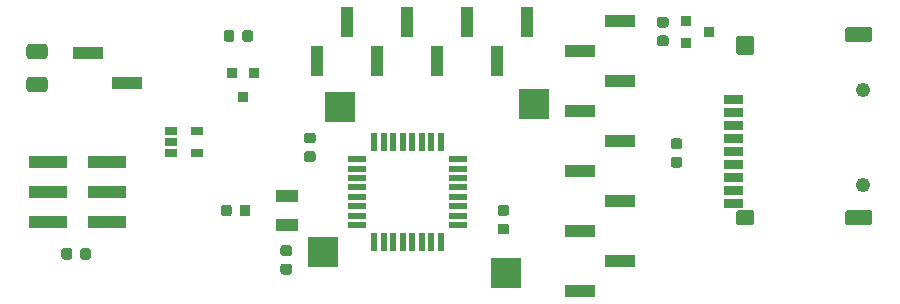
<source format=gts>
%TF.GenerationSoftware,KiCad,Pcbnew,5.1.6-c6e7f7d~86~ubuntu18.04.1*%
%TF.CreationDate,2020-07-27T22:50:38-07:00*%
%TF.ProjectId,atmega168_tb2,61746d65-6761-4313-9638-5f7462322e6b,rev?*%
%TF.SameCoordinates,Original*%
%TF.FileFunction,Soldermask,Top*%
%TF.FilePolarity,Negative*%
%FSLAX46Y46*%
G04 Gerber Fmt 4.6, Leading zero omitted, Abs format (unit mm)*
G04 Created by KiCad (PCBNEW 5.1.6-c6e7f7d~86~ubuntu18.04.1) date 2020-07-27 22:50:38*
%MOMM*%
%LPD*%
G01*
G04 APERTURE LIST*
%ADD10R,2.540000X2.540000*%
%ADD11R,0.840000X0.940000*%
%ADD12R,3.190000X1.040000*%
%ADD13R,1.100000X0.690000*%
%ADD14R,1.640000X0.590000*%
%ADD15R,0.590000X1.640000*%
%ADD16R,1.840000X1.040000*%
%ADD17R,1.040000X2.550000*%
%ADD18R,2.550000X1.040000*%
%ADD19R,0.940000X0.840000*%
%ADD20C,1.240000*%
G04 APERTURE END LIST*
D10*
%TO.C,J7*%
X76110000Y-33150000D03*
%TD*%
D11*
%TO.C,Q1*%
X68840000Y-30270000D03*
X66940000Y-30270000D03*
X67890000Y-32270000D03*
%TD*%
%TO.C,C1*%
G36*
G01*
X49823000Y-27785000D02*
X51097000Y-27785000D01*
G75*
G02*
X51355000Y-28043000I0J-258000D01*
G01*
X51355000Y-28817000D01*
G75*
G02*
X51097000Y-29075000I-258000J0D01*
G01*
X49823000Y-29075000D01*
G75*
G02*
X49565000Y-28817000I0J258000D01*
G01*
X49565000Y-28043000D01*
G75*
G02*
X49823000Y-27785000I258000J0D01*
G01*
G37*
G36*
G01*
X49823000Y-30585000D02*
X51097000Y-30585000D01*
G75*
G02*
X51355000Y-30843000I0J-258000D01*
G01*
X51355000Y-31617000D01*
G75*
G02*
X51097000Y-31875000I-258000J0D01*
G01*
X49823000Y-31875000D01*
G75*
G02*
X49565000Y-31617000I0J258000D01*
G01*
X49565000Y-30843000D01*
G75*
G02*
X49823000Y-30585000I258000J0D01*
G01*
G37*
%TD*%
%TO.C,C2*%
G36*
G01*
X71293750Y-46400000D02*
X71826250Y-46400000D01*
G75*
G02*
X72055000Y-46628750I0J-228750D01*
G01*
X72055000Y-47086250D01*
G75*
G02*
X71826250Y-47315000I-228750J0D01*
G01*
X71293750Y-47315000D01*
G75*
G02*
X71065000Y-47086250I0J228750D01*
G01*
X71065000Y-46628750D01*
G75*
G02*
X71293750Y-46400000I228750J0D01*
G01*
G37*
G36*
G01*
X71293750Y-44825000D02*
X71826250Y-44825000D01*
G75*
G02*
X72055000Y-45053750I0J-228750D01*
G01*
X72055000Y-45511250D01*
G75*
G02*
X71826250Y-45740000I-228750J0D01*
G01*
X71293750Y-45740000D01*
G75*
G02*
X71065000Y-45511250I0J228750D01*
G01*
X71065000Y-45053750D01*
G75*
G02*
X71293750Y-44825000I228750J0D01*
G01*
G37*
%TD*%
%TO.C,C3*%
G36*
G01*
X73293750Y-36872500D02*
X73826250Y-36872500D01*
G75*
G02*
X74055000Y-37101250I0J-228750D01*
G01*
X74055000Y-37558750D01*
G75*
G02*
X73826250Y-37787500I-228750J0D01*
G01*
X73293750Y-37787500D01*
G75*
G02*
X73065000Y-37558750I0J228750D01*
G01*
X73065000Y-37101250D01*
G75*
G02*
X73293750Y-36872500I228750J0D01*
G01*
G37*
G36*
G01*
X73293750Y-35297500D02*
X73826250Y-35297500D01*
G75*
G02*
X74055000Y-35526250I0J-228750D01*
G01*
X74055000Y-35983750D01*
G75*
G02*
X73826250Y-36212500I-228750J0D01*
G01*
X73293750Y-36212500D01*
G75*
G02*
X73065000Y-35983750I0J228750D01*
G01*
X73065000Y-35526250D01*
G75*
G02*
X73293750Y-35297500I228750J0D01*
G01*
G37*
%TD*%
%TO.C,C4*%
G36*
G01*
X52527500Y-45826250D02*
X52527500Y-45293750D01*
G75*
G02*
X52756250Y-45065000I228750J0D01*
G01*
X53213750Y-45065000D01*
G75*
G02*
X53442500Y-45293750I0J-228750D01*
G01*
X53442500Y-45826250D01*
G75*
G02*
X53213750Y-46055000I-228750J0D01*
G01*
X52756250Y-46055000D01*
G75*
G02*
X52527500Y-45826250I0J228750D01*
G01*
G37*
G36*
G01*
X54102500Y-45826250D02*
X54102500Y-45293750D01*
G75*
G02*
X54331250Y-45065000I228750J0D01*
G01*
X54788750Y-45065000D01*
G75*
G02*
X55017500Y-45293750I0J-228750D01*
G01*
X55017500Y-45826250D01*
G75*
G02*
X54788750Y-46055000I-228750J0D01*
G01*
X54331250Y-46055000D01*
G75*
G02*
X54102500Y-45826250I0J228750D01*
G01*
G37*
%TD*%
%TO.C,C5*%
G36*
G01*
X68532500Y-41623750D02*
X68532500Y-42156250D01*
G75*
G02*
X68303750Y-42385000I-228750J0D01*
G01*
X67846250Y-42385000D01*
G75*
G02*
X67617500Y-42156250I0J228750D01*
G01*
X67617500Y-41623750D01*
G75*
G02*
X67846250Y-41395000I228750J0D01*
G01*
X68303750Y-41395000D01*
G75*
G02*
X68532500Y-41623750I0J-228750D01*
G01*
G37*
G36*
G01*
X66957500Y-41623750D02*
X66957500Y-42156250D01*
G75*
G02*
X66728750Y-42385000I-228750J0D01*
G01*
X66271250Y-42385000D01*
G75*
G02*
X66042500Y-42156250I0J228750D01*
G01*
X66042500Y-41623750D01*
G75*
G02*
X66271250Y-41395000I228750J0D01*
G01*
X66728750Y-41395000D01*
G75*
G02*
X66957500Y-41623750I0J-228750D01*
G01*
G37*
%TD*%
%TO.C,C6*%
G36*
G01*
X90216250Y-43915000D02*
X89683750Y-43915000D01*
G75*
G02*
X89455000Y-43686250I0J228750D01*
G01*
X89455000Y-43228750D01*
G75*
G02*
X89683750Y-43000000I228750J0D01*
G01*
X90216250Y-43000000D01*
G75*
G02*
X90445000Y-43228750I0J-228750D01*
G01*
X90445000Y-43686250D01*
G75*
G02*
X90216250Y-43915000I-228750J0D01*
G01*
G37*
G36*
G01*
X90216250Y-42340000D02*
X89683750Y-42340000D01*
G75*
G02*
X89455000Y-42111250I0J228750D01*
G01*
X89455000Y-41653750D01*
G75*
G02*
X89683750Y-41425000I228750J0D01*
G01*
X90216250Y-41425000D01*
G75*
G02*
X90445000Y-41653750I0J-228750D01*
G01*
X90445000Y-42111250D01*
G75*
G02*
X90216250Y-42340000I-228750J0D01*
G01*
G37*
%TD*%
%TO.C,C7*%
G36*
G01*
X104343750Y-37347500D02*
X104876250Y-37347500D01*
G75*
G02*
X105105000Y-37576250I0J-228750D01*
G01*
X105105000Y-38033750D01*
G75*
G02*
X104876250Y-38262500I-228750J0D01*
G01*
X104343750Y-38262500D01*
G75*
G02*
X104115000Y-38033750I0J228750D01*
G01*
X104115000Y-37576250D01*
G75*
G02*
X104343750Y-37347500I228750J0D01*
G01*
G37*
G36*
G01*
X104343750Y-35772500D02*
X104876250Y-35772500D01*
G75*
G02*
X105105000Y-36001250I0J-228750D01*
G01*
X105105000Y-36458750D01*
G75*
G02*
X104876250Y-36687500I-228750J0D01*
G01*
X104343750Y-36687500D01*
G75*
G02*
X104115000Y-36458750I0J228750D01*
G01*
X104115000Y-36001250D01*
G75*
G02*
X104343750Y-35772500I228750J0D01*
G01*
G37*
%TD*%
D12*
%TO.C,J1*%
X51375000Y-37790000D03*
X56425000Y-37790000D03*
X51375000Y-40330000D03*
X56425000Y-40330000D03*
X51375000Y-42870000D03*
X56425000Y-42870000D03*
%TD*%
D13*
%TO.C,U1*%
X61810000Y-35160000D03*
X61810000Y-36110000D03*
X61810000Y-37060000D03*
X64010000Y-37060000D03*
X64010000Y-35160000D03*
%TD*%
D14*
%TO.C,U2*%
X77580000Y-37540000D03*
X77580000Y-38340000D03*
X77580000Y-39140000D03*
X77580000Y-39940000D03*
X77580000Y-40740000D03*
X77580000Y-41540000D03*
X77580000Y-42340000D03*
X77580000Y-43140000D03*
D15*
X79030000Y-44590000D03*
X79830000Y-44590000D03*
X80630000Y-44590000D03*
X81430000Y-44590000D03*
X82230000Y-44590000D03*
X83030000Y-44590000D03*
X83830000Y-44590000D03*
X84630000Y-44590000D03*
D14*
X86080000Y-43140000D03*
X86080000Y-42340000D03*
X86080000Y-41540000D03*
X86080000Y-40740000D03*
X86080000Y-39940000D03*
X86080000Y-39140000D03*
X86080000Y-38340000D03*
X86080000Y-37540000D03*
D15*
X84630000Y-36090000D03*
X83830000Y-36090000D03*
X83030000Y-36090000D03*
X82230000Y-36090000D03*
X81430000Y-36090000D03*
X80630000Y-36090000D03*
X79830000Y-36090000D03*
X79030000Y-36090000D03*
%TD*%
D16*
%TO.C,Y1*%
X71620000Y-40630000D03*
X71620000Y-43130000D03*
%TD*%
D17*
%TO.C,J2*%
X91950000Y-25935000D03*
X86870000Y-25935000D03*
X81790000Y-25935000D03*
X76710000Y-25935000D03*
X89410000Y-29245000D03*
X84330000Y-29245000D03*
X79250000Y-29245000D03*
X74170000Y-29245000D03*
%TD*%
D18*
%TO.C,J3*%
X96475000Y-28350000D03*
X96475000Y-33430000D03*
X96475000Y-38510000D03*
X96475000Y-43590000D03*
X96475000Y-48670000D03*
X99785000Y-25810000D03*
X99785000Y-30890000D03*
X99785000Y-35970000D03*
X99785000Y-41050000D03*
X99785000Y-46130000D03*
%TD*%
D19*
%TO.C,Q2*%
X107390000Y-26790000D03*
X105390000Y-27740000D03*
X105390000Y-25840000D03*
%TD*%
%TO.C,R1*%
G36*
G01*
X103716250Y-26410000D02*
X103183750Y-26410000D01*
G75*
G02*
X102955000Y-26181250I0J228750D01*
G01*
X102955000Y-25723750D01*
G75*
G02*
X103183750Y-25495000I228750J0D01*
G01*
X103716250Y-25495000D01*
G75*
G02*
X103945000Y-25723750I0J-228750D01*
G01*
X103945000Y-26181250D01*
G75*
G02*
X103716250Y-26410000I-228750J0D01*
G01*
G37*
G36*
G01*
X103716250Y-27985000D02*
X103183750Y-27985000D01*
G75*
G02*
X102955000Y-27756250I0J228750D01*
G01*
X102955000Y-27298750D01*
G75*
G02*
X103183750Y-27070000I228750J0D01*
G01*
X103716250Y-27070000D01*
G75*
G02*
X103945000Y-27298750I0J-228750D01*
G01*
X103945000Y-27756250D01*
G75*
G02*
X103716250Y-27985000I-228750J0D01*
G01*
G37*
%TD*%
%TO.C,R2*%
G36*
G01*
X66267500Y-27376250D02*
X66267500Y-26843750D01*
G75*
G02*
X66496250Y-26615000I228750J0D01*
G01*
X66953750Y-26615000D01*
G75*
G02*
X67182500Y-26843750I0J-228750D01*
G01*
X67182500Y-27376250D01*
G75*
G02*
X66953750Y-27605000I-228750J0D01*
G01*
X66496250Y-27605000D01*
G75*
G02*
X66267500Y-27376250I0J228750D01*
G01*
G37*
G36*
G01*
X67842500Y-27376250D02*
X67842500Y-26843750D01*
G75*
G02*
X68071250Y-26615000I228750J0D01*
G01*
X68528750Y-26615000D01*
G75*
G02*
X68757500Y-26843750I0J-228750D01*
G01*
X68757500Y-27376250D01*
G75*
G02*
X68528750Y-27605000I-228750J0D01*
G01*
X68071250Y-27605000D01*
G75*
G02*
X67842500Y-27376250I0J228750D01*
G01*
G37*
%TD*%
%TO.C,J4*%
G36*
G01*
X110176000Y-32870000D02*
X108684000Y-32870000D01*
G75*
G02*
X108610000Y-32796000I0J74000D01*
G01*
X108610000Y-32204000D01*
G75*
G02*
X108684000Y-32130000I74000J0D01*
G01*
X110176000Y-32130000D01*
G75*
G02*
X110250000Y-32204000I0J-74000D01*
G01*
X110250000Y-32796000D01*
G75*
G02*
X110176000Y-32870000I-74000J0D01*
G01*
G37*
G36*
G01*
X110176000Y-33970000D02*
X108684000Y-33970000D01*
G75*
G02*
X108610000Y-33896000I0J74000D01*
G01*
X108610000Y-33304000D01*
G75*
G02*
X108684000Y-33230000I74000J0D01*
G01*
X110176000Y-33230000D01*
G75*
G02*
X110250000Y-33304000I0J-74000D01*
G01*
X110250000Y-33896000D01*
G75*
G02*
X110176000Y-33970000I-74000J0D01*
G01*
G37*
G36*
G01*
X110176000Y-35070000D02*
X108684000Y-35070000D01*
G75*
G02*
X108610000Y-34996000I0J74000D01*
G01*
X108610000Y-34404000D01*
G75*
G02*
X108684000Y-34330000I74000J0D01*
G01*
X110176000Y-34330000D01*
G75*
G02*
X110250000Y-34404000I0J-74000D01*
G01*
X110250000Y-34996000D01*
G75*
G02*
X110176000Y-35070000I-74000J0D01*
G01*
G37*
G36*
G01*
X110176000Y-36170000D02*
X108684000Y-36170000D01*
G75*
G02*
X108610000Y-36096000I0J74000D01*
G01*
X108610000Y-35504000D01*
G75*
G02*
X108684000Y-35430000I74000J0D01*
G01*
X110176000Y-35430000D01*
G75*
G02*
X110250000Y-35504000I0J-74000D01*
G01*
X110250000Y-36096000D01*
G75*
G02*
X110176000Y-36170000I-74000J0D01*
G01*
G37*
G36*
G01*
X110176000Y-37270000D02*
X108684000Y-37270000D01*
G75*
G02*
X108610000Y-37196000I0J74000D01*
G01*
X108610000Y-36604000D01*
G75*
G02*
X108684000Y-36530000I74000J0D01*
G01*
X110176000Y-36530000D01*
G75*
G02*
X110250000Y-36604000I0J-74000D01*
G01*
X110250000Y-37196000D01*
G75*
G02*
X110176000Y-37270000I-74000J0D01*
G01*
G37*
G36*
G01*
X110176000Y-38370000D02*
X108684000Y-38370000D01*
G75*
G02*
X108610000Y-38296000I0J74000D01*
G01*
X108610000Y-37704000D01*
G75*
G02*
X108684000Y-37630000I74000J0D01*
G01*
X110176000Y-37630000D01*
G75*
G02*
X110250000Y-37704000I0J-74000D01*
G01*
X110250000Y-38296000D01*
G75*
G02*
X110176000Y-38370000I-74000J0D01*
G01*
G37*
G36*
G01*
X110176000Y-39470000D02*
X108684000Y-39470000D01*
G75*
G02*
X108610000Y-39396000I0J74000D01*
G01*
X108610000Y-38804000D01*
G75*
G02*
X108684000Y-38730000I74000J0D01*
G01*
X110176000Y-38730000D01*
G75*
G02*
X110250000Y-38804000I0J-74000D01*
G01*
X110250000Y-39396000D01*
G75*
G02*
X110176000Y-39470000I-74000J0D01*
G01*
G37*
G36*
G01*
X110176000Y-40570000D02*
X108684000Y-40570000D01*
G75*
G02*
X108610000Y-40496000I0J74000D01*
G01*
X108610000Y-39904000D01*
G75*
G02*
X108684000Y-39830000I74000J0D01*
G01*
X110176000Y-39830000D01*
G75*
G02*
X110250000Y-39904000I0J-74000D01*
G01*
X110250000Y-40496000D01*
G75*
G02*
X110176000Y-40570000I-74000J0D01*
G01*
G37*
G36*
G01*
X110176000Y-41670000D02*
X108684000Y-41670000D01*
G75*
G02*
X108610000Y-41596000I0J74000D01*
G01*
X108610000Y-41004000D01*
G75*
G02*
X108684000Y-40930000I74000J0D01*
G01*
X110176000Y-40930000D01*
G75*
G02*
X110250000Y-41004000I0J-74000D01*
G01*
X110250000Y-41596000D01*
G75*
G02*
X110176000Y-41670000I-74000J0D01*
G01*
G37*
D20*
X120430000Y-39700000D03*
X120430000Y-31700000D03*
G36*
G01*
X121026000Y-43120000D02*
X119034000Y-43120000D01*
G75*
G02*
X118910000Y-42996000I0J124000D01*
G01*
X118910000Y-42004000D01*
G75*
G02*
X119034000Y-41880000I124000J0D01*
G01*
X121026000Y-41880000D01*
G75*
G02*
X121150000Y-42004000I0J-124000D01*
G01*
X121150000Y-42996000D01*
G75*
G02*
X121026000Y-43120000I-124000J0D01*
G01*
G37*
G36*
G01*
X111076000Y-43120000D02*
X109784000Y-43120000D01*
G75*
G02*
X109660000Y-42996000I0J124000D01*
G01*
X109660000Y-42004000D01*
G75*
G02*
X109784000Y-41880000I124000J0D01*
G01*
X111076000Y-41880000D01*
G75*
G02*
X111200000Y-42004000I0J-124000D01*
G01*
X111200000Y-42996000D01*
G75*
G02*
X111076000Y-43120000I-124000J0D01*
G01*
G37*
G36*
G01*
X111046000Y-28720000D02*
X109814000Y-28720000D01*
G75*
G02*
X109660000Y-28566000I0J154000D01*
G01*
X109660000Y-27234000D01*
G75*
G02*
X109814000Y-27080000I154000J0D01*
G01*
X111046000Y-27080000D01*
G75*
G02*
X111200000Y-27234000I0J-154000D01*
G01*
X111200000Y-28566000D01*
G75*
G02*
X111046000Y-28720000I-154000J0D01*
G01*
G37*
G36*
G01*
X121026000Y-27620000D02*
X119034000Y-27620000D01*
G75*
G02*
X118910000Y-27496000I0J124000D01*
G01*
X118910000Y-26504000D01*
G75*
G02*
X119034000Y-26380000I124000J0D01*
G01*
X121026000Y-26380000D01*
G75*
G02*
X121150000Y-26504000I0J-124000D01*
G01*
X121150000Y-27496000D01*
G75*
G02*
X121026000Y-27620000I-124000J0D01*
G01*
G37*
%TD*%
D18*
%TO.C,J5*%
X54805000Y-28560000D03*
X58115000Y-31100000D03*
%TD*%
D10*
%TO.C,J6*%
X92510000Y-32840000D03*
%TD*%
%TO.C,J8*%
X74670000Y-45430000D03*
%TD*%
%TO.C,J9*%
X90170000Y-47200000D03*
%TD*%
M02*

</source>
